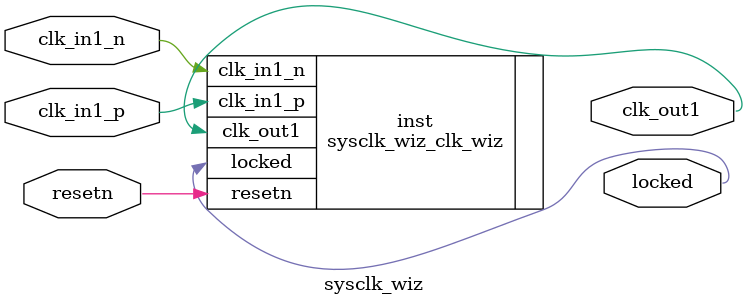
<source format=v>


`timescale 1ps/1ps

(* CORE_GENERATION_INFO = "sysclk_wiz,clk_wiz_v6_0_3_0_0,{component_name=sysclk_wiz,use_phase_alignment=true,use_min_o_jitter=false,use_max_i_jitter=false,use_dyn_phase_shift=false,use_inclk_switchover=false,use_dyn_reconfig=false,enable_axi=0,feedback_source=FDBK_AUTO,PRIMITIVE=MMCM,num_out_clk=1,clkin1_period=5.000,clkin2_period=10.0,use_power_down=false,use_reset=true,use_locked=true,use_inclk_stopped=false,feedback_type=SINGLE,CLOCK_MGR_TYPE=NA,manual_override=false}" *)

module sysclk_wiz 
 (
  // Clock out ports
  output        clk_out1,
  // Status and control signals
  input         resetn,
  output        locked,
 // Clock in ports
  input         clk_in1_p,
  input         clk_in1_n
 );

  sysclk_wiz_clk_wiz inst
  (
  // Clock out ports  
  .clk_out1(clk_out1),
  // Status and control signals               
  .resetn(resetn), 
  .locked(locked),
 // Clock in ports
  .clk_in1_p(clk_in1_p),
  .clk_in1_n(clk_in1_n)
  );

endmodule

</source>
